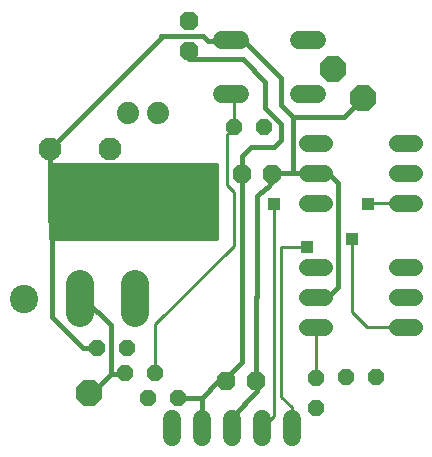
<source format=gbl>
G75*
%MOIN*%
%OFA0B0*%
%FSLAX25Y25*%
%IPPOS*%
%LPD*%
%AMOC8*
5,1,8,0,0,1.08239X$1,22.5*
%
%ADD10OC8,0.06300*%
%ADD11C,0.07400*%
%ADD12OC8,0.08500*%
%ADD13OC8,0.05200*%
%ADD14C,0.05600*%
%ADD15C,0.09449*%
%ADD16C,0.09449*%
%ADD17C,0.07677*%
%ADD18C,0.06000*%
%ADD19C,0.01600*%
%ADD20C,0.01000*%
%ADD21R,0.03962X0.03962*%
D10*
X0081433Y0031118D03*
X0091433Y0031118D03*
X0086630Y0100213D03*
X0096630Y0100213D03*
X0068913Y0141079D03*
X0068913Y0151079D03*
D11*
X0058638Y0120646D03*
X0048638Y0120646D03*
D12*
X0035724Y0027181D03*
X0126945Y0125488D03*
X0117024Y0135291D03*
D13*
X0093992Y0115764D03*
X0083992Y0115764D03*
X0048323Y0042142D03*
X0047614Y0033717D03*
X0055291Y0025606D03*
X0057614Y0033717D03*
X0065291Y0025606D03*
X0038323Y0042142D03*
X0111433Y0032181D03*
X0121394Y0032693D03*
X0111433Y0022181D03*
X0131394Y0032693D03*
D14*
X0138200Y0049071D02*
X0143800Y0049071D01*
X0143800Y0059071D02*
X0138200Y0059071D01*
X0138200Y0069071D02*
X0143800Y0069071D01*
X0143800Y0090409D02*
X0138200Y0090409D01*
X0138200Y0100409D02*
X0143800Y0100409D01*
X0143800Y0110409D02*
X0138200Y0110409D01*
X0113800Y0110409D02*
X0108200Y0110409D01*
X0108200Y0100409D02*
X0113800Y0100409D01*
X0113800Y0090409D02*
X0108200Y0090409D01*
X0108200Y0069071D02*
X0113800Y0069071D01*
X0113800Y0059071D02*
X0108200Y0059071D01*
X0108200Y0049071D02*
X0113800Y0049071D01*
D15*
X0014110Y0058677D03*
D16*
X0032614Y0063402D02*
X0032614Y0053953D01*
X0051118Y0053953D02*
X0051118Y0063402D01*
D17*
X0042614Y0108677D03*
X0022614Y0108677D03*
D18*
X0079885Y0126943D02*
X0085885Y0126943D01*
X0085885Y0144743D02*
X0079885Y0144743D01*
X0105485Y0144743D02*
X0111485Y0144743D01*
X0111485Y0126943D02*
X0105485Y0126943D01*
X0103165Y0018488D02*
X0103165Y0012488D01*
X0093165Y0012488D02*
X0093165Y0018488D01*
X0083165Y0018488D02*
X0083165Y0012488D01*
X0073165Y0012488D02*
X0073165Y0018488D01*
X0063165Y0018488D02*
X0063165Y0012488D01*
D19*
X0073165Y0015488D02*
X0073165Y0024819D01*
X0073165Y0025606D01*
X0065291Y0025606D01*
X0073165Y0025606D02*
X0078677Y0031118D01*
X0081433Y0031118D01*
X0081433Y0032220D01*
X0086630Y0037417D01*
X0086630Y0100213D01*
X0086630Y0106205D01*
X0089496Y0109071D01*
X0097132Y0109071D01*
X0099622Y0111561D01*
X0099622Y0116945D01*
X0094293Y0122274D01*
X0094293Y0130735D01*
X0086796Y0138441D01*
X0068913Y0138441D01*
X0068913Y0141079D01*
X0073638Y0146079D02*
X0059465Y0146079D01*
X0059465Y0145528D01*
X0022614Y0108677D01*
X0022614Y0084661D01*
X0023244Y0084661D01*
X0023244Y0052572D01*
X0033674Y0042142D01*
X0038323Y0042142D01*
X0042929Y0049769D02*
X0042929Y0033480D01*
X0036630Y0027181D01*
X0035724Y0027181D01*
X0042929Y0033480D02*
X0047614Y0033480D01*
X0047614Y0033717D01*
X0042929Y0049769D02*
X0034021Y0058677D01*
X0032614Y0058677D01*
X0083165Y0019329D02*
X0083165Y0015488D01*
X0083165Y0019329D02*
X0091748Y0027912D01*
X0091748Y0031118D01*
X0091433Y0031118D01*
X0091433Y0059071D01*
X0091748Y0059071D01*
X0091748Y0092846D01*
X0094587Y0095685D01*
X0094793Y0095685D01*
X0096630Y0097522D01*
X0096630Y0100213D01*
X0096630Y0100409D01*
X0103559Y0100409D01*
X0111000Y0100409D01*
X0115273Y0100409D01*
X0118520Y0097163D01*
X0118520Y0062435D01*
X0115156Y0059071D01*
X0111000Y0059071D01*
X0103559Y0100409D02*
X0103559Y0119307D01*
X0099622Y0123244D01*
X0099622Y0132204D01*
X0087322Y0144504D01*
X0083672Y0144504D01*
X0075213Y0144504D01*
X0073638Y0146079D01*
X0082885Y0144743D02*
X0083672Y0144504D01*
X0103559Y0119307D02*
X0120764Y0119307D01*
X0126945Y0125488D01*
D20*
X0128756Y0090409D02*
X0128756Y0090173D01*
X0128756Y0090409D02*
X0141000Y0090409D01*
X0123244Y0078362D02*
X0123244Y0054270D01*
X0128286Y0049228D01*
X0141000Y0049228D01*
X0141000Y0049071D01*
X0111433Y0049071D02*
X0111433Y0032181D01*
X0103165Y0022457D02*
X0103165Y0015488D01*
X0103165Y0022457D02*
X0099622Y0026000D01*
X0099622Y0076000D01*
X0108350Y0076000D01*
X0097260Y0090173D02*
X0097260Y0019465D01*
X0093165Y0015370D01*
X0093165Y0015488D01*
X0111000Y0049071D02*
X0111433Y0049071D01*
X0083874Y0076303D02*
X0057614Y0050043D01*
X0057614Y0033717D01*
X0083874Y0076303D02*
X0083874Y0094110D01*
X0081512Y0096472D01*
X0081512Y0113244D01*
X0083992Y0115764D01*
X0083874Y0115764D01*
X0083874Y0127181D01*
X0082885Y0127181D01*
X0082885Y0126943D01*
X0078362Y0103559D02*
X0043653Y0103559D01*
X0043634Y0103551D01*
X0041595Y0103551D01*
X0041576Y0103559D01*
X0024138Y0103559D01*
X0023864Y0103470D01*
X0023114Y0103351D01*
X0023114Y0103559D01*
X0022457Y0103559D01*
X0022457Y0078362D01*
X0078362Y0078362D01*
X0078362Y0103559D01*
X0078362Y0103045D02*
X0022457Y0103045D01*
X0022457Y0102046D02*
X0078362Y0102046D01*
X0078362Y0101048D02*
X0022457Y0101048D01*
X0022457Y0100049D02*
X0078362Y0100049D01*
X0078362Y0099051D02*
X0022457Y0099051D01*
X0022457Y0098052D02*
X0078362Y0098052D01*
X0078362Y0097054D02*
X0022457Y0097054D01*
X0022457Y0096055D02*
X0078362Y0096055D01*
X0078362Y0095057D02*
X0022457Y0095057D01*
X0022457Y0094058D02*
X0078362Y0094058D01*
X0078362Y0093060D02*
X0022457Y0093060D01*
X0022457Y0092061D02*
X0078362Y0092061D01*
X0078362Y0091063D02*
X0022457Y0091063D01*
X0022457Y0090064D02*
X0078362Y0090064D01*
X0078362Y0089066D02*
X0022457Y0089066D01*
X0022457Y0088067D02*
X0078362Y0088067D01*
X0078362Y0087069D02*
X0022457Y0087069D01*
X0022457Y0086070D02*
X0078362Y0086070D01*
X0078362Y0085072D02*
X0022457Y0085072D01*
X0022457Y0084073D02*
X0078362Y0084073D01*
X0078362Y0083075D02*
X0022457Y0083075D01*
X0022457Y0082076D02*
X0078362Y0082076D01*
X0078362Y0081078D02*
X0022457Y0081078D01*
X0022457Y0080079D02*
X0078362Y0080079D01*
X0078362Y0079081D02*
X0022457Y0079081D01*
D21*
X0097260Y0090173D03*
X0108350Y0076000D03*
X0123244Y0078362D03*
X0128756Y0090173D03*
M02*

</source>
